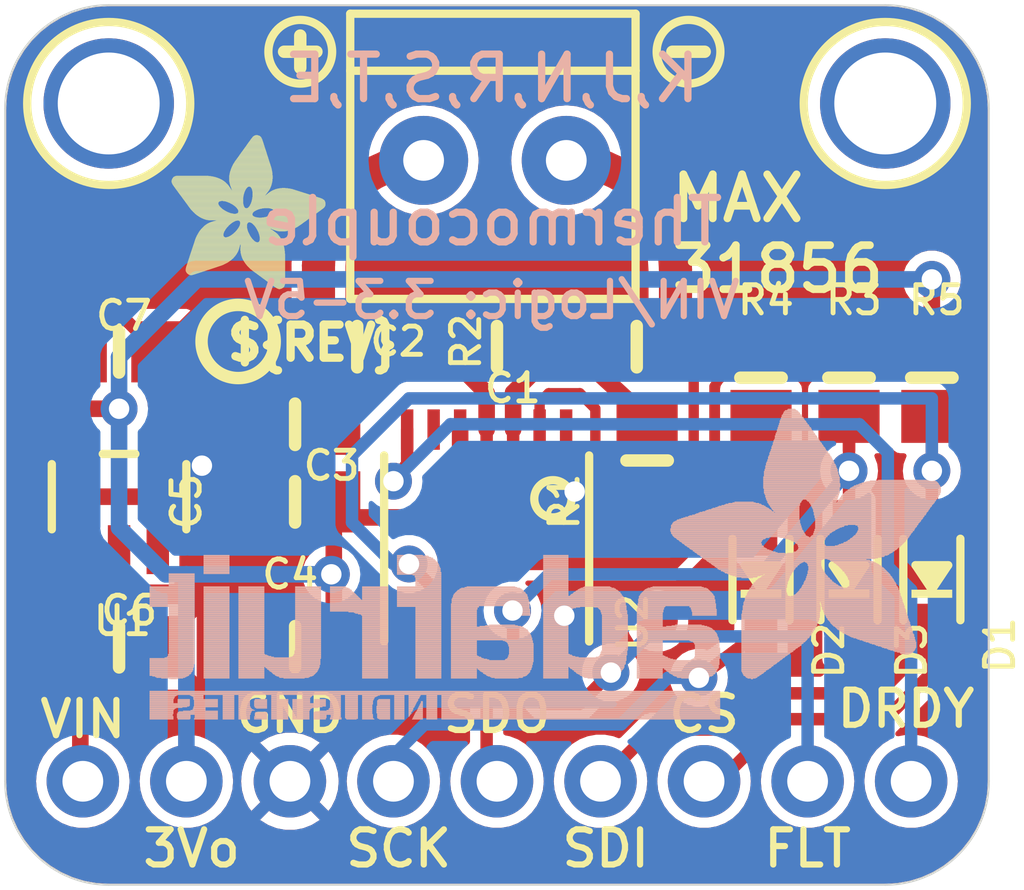
<source format=kicad_pcb>
(kicad_pcb (version 20221018) (generator pcbnew)
  (layers (0 "F.Cu" signal) (31 "B.Cu" signal) (34 "B.Paste" user) (35 "F.Paste" user) (36 "B.SilkS" user "B.Silkscreen") (37 "F.SilkS" user "F.Silkscreen") (38 "B.Mask" user) (39 "F.Mask" user) (44 "Edge.Cuts" user))
  (net 0 "")
  (net 1 "THERM+")
  (net 2 "THERM-")
  (net 3 "T-")
  (net 4 "T+")
  (net 5 "GND")
  (net 6 "3.3V")
  (net 7 "~{CS_3V}")
  (net 8 "SCK_3V")
  (net 9 "SDO_3V")
  (net 10 "DRDY")
  (net 11 "VIN")
  (net 12 "SCK")
  (net 13 "SDO")
  (net 14 "SDI")
  (net 15 "~{CS}")
  (net 16 "~{FAULT}")
  (footprint "working:SOD-323" (layer "F.Cu") (at 154.9781 108.3056 90)
    (fp_text reference "D2" (at -2.497 1.667 90) (layer "F.SilkS") (effects (font (size 0.692831 0.692831) (thickness 0.119969)) (justify left)))
    (fp_text value "1N4148")
    (pad "A" smd rect (at 1.27 0 90) (size 1.35 0.8) (layers "F.Cu" "F.Paste" "F.Mask") (net 8 "SCK_3V"))
    (pad "C" smd rect (at -1.27 0 90) (size 1.35 0.8) (layers "F.Cu" "F.Paste" "F.Mask") (net 12 "SCK"))
  )
  (footprint "working:0805-NO" (layer "F.Cu") (at 145.0721 102.5906)
    (fp_text reference "R2" (at 2.667 0.635 90) (layer "F.SilkS") (effects (font (size 0.692831 0.692831) (thickness 0.119969)) (justify left)))
    (fp_text value "100")
    (pad "1" smd rect (at -0.95 0) (size 1.3 1.5) (layers "F.Cu" "F.Paste" "F.Mask") (net 1 "THERM+"))
    (pad "2" smd rect (at 0.95 0) (size 1.3 1.5) (layers "F.Cu" "F.Paste" "F.Mask") (net 4 "T+"))
  )
  (footprint "working:SOD-323" (layer "F.Cu") (at 159.1691 108.3056 90)
    (fp_text reference "D1" (at -2.37 1.667 90) (layer "F.SilkS") (effects (font (size 0.692831 0.692831) (thickness 0.119969)) (justify left)))
    (fp_text value "1N4148")
    (pad "A" smd rect (at 1.27 0 90) (size 1.35 0.8) (layers "F.Cu" "F.Paste" "F.Mask") (net 7 "~{CS_3V}"))
    (pad "C" smd rect (at -1.27 0 90) (size 1.35 0.8) (layers "F.Cu" "F.Paste" "F.Mask") (net 15 "~{CS}"))
  )
  (footprint "working:0805_10MGAP" (layer "F.Cu") (at 152.1841 105.3846 90)
    (fp_text reference "C1" (at 1.778 -2.54) (layer "F.SilkS") (effects (font (size 0.692831 0.692831) (thickness 0.119969)) (justify right)))
    (fp_text value "0.01uF")
    (pad "1" smd rect (at -1.05 0 90) (size 1.2 1.5) (layers "F.Cu" "F.Paste" "F.Mask") (net 5 "GND"))
    (pad "2" smd rect (at 1.05 0 90) (size 1.2 1.5) (layers "F.Cu" "F.Paste" "F.Mask") (net 3 "T-"))
  )
  (footprint "working:MOUNTINGHOLE_2.5_PLATED" (layer "F.Cu") (at 138.9761 96.6216)
    (fp_text reference "U$13" hide)
    (fp_text value "MOUNTINGHOLE2.5" hide)
    (pad "P$1" thru_hole circle (at 0 0) (size 3.2 3.2) (drill 2.5) (layers "*.Cu" "*.Mask"))
    (zone (net 0) (net_name "") (layer "F.Cu") (connect_pads (clearance 0)) (min_thickness 0.25)
      (keepout (tracks not_allowed) (vias not_allowed) (pads not_allowed) (copperpour not_allowed) (footprints allowed))
      (fill (thermal_gap 0.5) (thermal_bridge_width 0.5))
      (polygon (pts (xy 140.9921 96.6216) (xy 140.97248 96.341027) (xy 140.914004 96.065915) (xy 140.817808 95.801619) (xy 140.685765 95.553283) (xy 140.520446 95.32574) (xy 140.325067 95.12342) (xy 140.103433 94.95026) (xy 139.859856 94.809631) (xy 139.599078 94.70427) (xy 139.326175 94.636228) (xy 139.046457 94.606828) (xy 138.765371 94.616644) (xy 138.488385 94.665484) (xy 138.220893 94.752397) (xy 137.9681 94.875693) (xy 137.734926 95.03297) (xy 137.525911 95.221169) (xy 137.345122 95.436625) (xy 137.196078 95.675145) (xy 137.08168 95.932087) (xy 137.004154 96.20245) (xy 136.965011 96.480971) (xy 136.965011 96.762229) (xy 137.004154 97.04075) (xy 137.08168 97.311113) (xy 137.196078 97.568055) (xy 137.345122 97.806575) (xy 137.525911 98.022031) (xy 137.734926 98.21023) (xy 137.9681 98.367507) (xy 138.220893 98.490803) (xy 138.488385 98.577716) (xy 138.765371 98.626556) (xy 139.046457 98.636372) (xy 139.326175 98.606972) (xy 139.599078 98.53893) (xy 139.859856 98.433569) (xy 140.103433 98.29294) (xy 140.325067 98.11978) (xy 140.520446 97.91746) (xy 140.685765 97.689917) (xy 140.817808 97.441581) (xy 140.914004 97.177285) (xy 140.97248 96.902173)))
      (polygon (pts (xy 138.9601 96.6216) (xy 138.964786 96.632914) (xy 138.9761 96.6376) (xy 138.987414 96.632914) (xy 138.9921 96.6216) (xy 138.987414 96.610286) (xy 138.9761 96.6056) (xy 138.964786 96.610286)))
    )
    (zone (net 0) (net_name "") (layer "B.Cu") (connect_pads (clearance 0)) (min_thickness 0.25)
      (keepout (tracks not_allowed) (vias not_allowed) (pads not_allowed) (copperpour not_allowed) (footprints allowed))
      (fill (thermal_gap 0.5) (thermal_bridge_width 0.5))
      (polygon (pts (xy 140.9921 96.6216) (xy 140.97248 96.341027) (xy 140.914004 96.065915) (xy 140.817808 95.801619) (xy 140.685765 95.553283) (xy 140.520446 95.32574) (xy 140.325067 95.12342) (xy 140.103433 94.95026) (xy 139.859856 94.809631) (xy 139.599078 94.70427) (xy 139.326175 94.636228) (xy 139.046457 94.606828) (xy 138.765371 94.616644) (xy 138.488385 94.665484) (xy 138.220893 94.752397) (xy 137.9681 94.875693) (xy 137.734926 95.03297) (xy 137.525911 95.221169) (xy 137.345122 95.436625) (xy 137.196078 95.675145) (xy 137.08168 95.932087) (xy 137.004154 96.20245) (xy 136.965011 96.480971) (xy 136.965011 96.762229) (xy 137.004154 97.04075) (xy 137.08168 97.311113) (xy 137.196078 97.568055) (xy 137.345122 97.806575) (xy 137.525911 98.022031) (xy 137.734926 98.21023) (xy 137.9681 98.367507) (xy 138.220893 98.490803) (xy 138.488385 98.577716) (xy 138.765371 98.626556) (xy 139.046457 98.636372) (xy 139.326175 98.606972) (xy 139.599078 98.53893) (xy 139.859856 98.433569) (xy 140.103433 98.29294) (xy 140.325067 98.11978) (xy 140.520446 97.91746) (xy 140.685765 97.689917) (xy 140.817808 97.441581) (xy 140.914004 97.177285) (xy 140.97248 96.902173)))
      (polygon (pts (xy 138.9601 96.6216) (xy 138.964786 96.632914) (xy 138.9761 96.6376) (xy 138.987414 96.632914) (xy 138.9921 96.6216) (xy 138.987414 96.610286) (xy 138.9761 96.6056) (xy 138.964786 96.610286)))
    )
  )
  (footprint "working:0805-NO" (layer "F.Cu") (at 143.5481 104.4956 180)
    (fp_text reference "C3" (at -1.651 -1.016) (layer "F.SilkS") (effects (font (size 0.692831 0.692831) (thickness 0.119969)) (justify right)))
    (fp_text value "0.01uF")
    (pad "1" smd rect (at -0.95 0 180) (size 1.3 1.5) (layers "F.Cu" "F.Paste" "F.Mask") (net 4 "T+"))
    (pad "2" smd rect (at 0.95 0 180) (size 1.3 1.5) (layers "F.Cu" "F.Paste" "F.Mask") (net 5 "GND"))
  )
  (footprint "working:TSSOP14" (layer "F.Cu") (at 148.2471 107.5436 180)
    (fp_text reference "U2" (at -3.5814 -2.5908 90) (layer "F.SilkS") (effects (font (size 0.692831 0.692831) (thickness 0.119969)) (justify left)))
    (fp_text value "MAX31856")
    (pad "1" smd rect (at -1.95 2.9178 180) (size 0.3048 0.9906) (layers "F.Cu" "F.Paste" "F.Mask") (net 5 "GND"))
    (pad "2" smd rect (at -1.3 2.9178 180) (size 0.3048 0.9906) (layers "F.Cu" "F.Paste" "F.Mask") (net 2 "THERM-"))
    (pad "3" smd rect (at -0.65 2.9178 180) (size 0.3048 0.9906) (layers "F.Cu" "F.Paste" "F.Mask") (net 3 "T-"))
    (pad "4" smd rect (at 0 2.9178 180) (size 0.3048 0.9906) (layers "F.Cu" "F.Paste" "F.Mask") (net 4 "T+"))
    (pad "5" smd rect (at 0.65 2.9178 180) (size 0.3048 0.9906) (layers "F.Cu" "F.Paste" "F.Mask") (net 6 "3.3V"))
    (pad "6" smd rect (at 1.3 2.9178 180) (size 0.3048 0.9906) (layers "F.Cu" "F.Paste" "F.Mask"))
    (pad "7" smd rect (at 1.95 2.9178 180) (size 0.3048 0.9906) (layers "F.Cu" "F.Paste" "F.Mask") (net 10 "DRDY"))
    (pad "8" smd rect (at 1.95 -2.9178 180) (size 0.3048 0.9906) (layers "F.Cu" "F.Paste" "F.Mask") (net 6 "3.3V"))
    (pad "9" smd rect (at 1.3 -2.9178 180) (size 0.3048 0.9906) (layers "F.Cu" "F.Paste" "F.Mask") (net 7 "~{CS_3V}"))
    (pad "10" smd rect (at 0.65 -2.9178 180) (size 0.3048 0.9906) (layers "F.Cu" "F.Paste" "F.Mask") (net 8 "SCK_3V"))
    (pad "11" smd rect (at 0 -2.9178 180) (size 0.3048 0.9906) (layers "F.Cu" "F.Paste" "F.Mask") (net 13 "SDO"))
    (pad "12" smd rect (at -0.65 -2.9178 180) (size 0.3048 0.9906) (layers "F.Cu" "F.Paste" "F.Mask") (net 9 "SDO_3V"))
    (pad "13" smd rect (at -1.3 -2.9178 180) (size 0.3048 0.9906) (layers "F.Cu" "F.Paste" "F.Mask") (net 16 "~{FAULT}"))
    (pad "14" smd rect (at -1.95 -2.9178 180) (size 0.3048 0.9906) (layers "F.Cu" "F.Paste" "F.Mask") (net 5 "GND"))
  )
  (footprint "working:0805-NO" (layer "F.Cu") (at 159.1691 103.3526 90)
    (fp_text reference "R5" (at 1.905 -0.635) (layer "F.SilkS") (effects (font (size 0.692831 0.692831) (thickness 0.119969)) (justify left)))
    (fp_text value "10K")
    (pad "1" smd rect (at -0.95 0 90) (size 1.3 1.5) (layers "F.Cu" "F.Paste" "F.Mask") (net 7 "~{CS_3V}"))
    (pad "2" smd rect (at 0.95 0 90) (size 1.3 1.5) (layers "F.Cu" "F.Paste" "F.Mask") (net 6 "3.3V"))
  )
  (footprint "working:1X09_ROUND_70" (layer "F.Cu") (at 148.5011 113.2586 180)
    (fp_text reference "JP1" hide)
    (fp_text value "")
    (pad "1" thru_hole circle (at -10.16 0 270) (size 1.778 1.778) (drill 1) (layers "*.Cu" "*.Mask") (net 10 "DRDY"))
    (pad "2" thru_hole circle (at -7.62 0 270) (size 1.778 1.778) (drill 1) (layers "*.Cu" "*.Mask") (net 16 "~{FAULT}"))
    (pad "3" thru_hole circle (at -5.08 0 270) (size 1.778 1.778) (drill 1) (layers "*.Cu" "*.Mask") (net 15 "~{CS}"))
    (pad "4" thru_hole circle (at -2.54 0 270) (size 1.778 1.778) (drill 1) (layers "*.Cu" "*.Mask") (net 14 "SDI"))
    (pad "5" thru_hole circle (at 0 0 270) (size 1.778 1.778) (drill 1) (layers "*.Cu" "*.Mask") (net 13 "SDO"))
    (pad "6" thru_hole circle (at 2.54 0 270) (size 1.778 1.778) (drill 1) (layers "*.Cu" "*.Mask") (net 12 "SCK"))
    (pad "7" thru_hole circle (at 5.08 0 270) (size 1.778 1.778) (drill 1) (layers "*.Cu" "*.Mask") (net 5 "GND"))
    (pad "8" thru_hole circle (at 7.62 0 270) (size 1.778 1.778) (drill 1) (layers "*.Cu" "*.Mask") (net 6 "3.3V"))
    (pad "9" thru_hole circle (at 10.16 0 270) (size 1.778 1.778) (drill 1) (layers "*.Cu" "*.Mask") (net 11 "VIN"))
  )
  (footprint "working:TERMBLOCK_1X2-3.5MM" (layer "F.Cu") (at 148.5011 98.0186 180)
    (fp_text reference "X1" hide)
    (fp_text value "3.5mm term")
    (pad "1" thru_hole circle (at 1.8 0 180) (size 2.1844 2.1844) (drill 1) (layers "*.Cu" "*.Mask") (net 1 "THERM+"))
    (pad "2" thru_hole circle (at -1.7 0 180) (size 2.1844 2.1844) (drill 1) (layers "*.Cu" "*.Mask") (net 2 "THERM-"))
  )
  (footprint "working:SYMBOL_PLUS" (layer "F.Cu") (at 143.6751 95.3516)
    (fp_text reference "U$23" hide)
    (fp_text value "" hide)
  )
  (footprint "working:FIDUCIAL_1MM" (layer "F.Cu") (at 137.8331 100.0506)
    (fp_text reference "FID2" hide)
    (fp_text value "FIDUCIAL\"\"" hide)
    (pad "1" smd roundrect (at 0 0) (size 1 1) (layers "F.Cu" "F.Mask") (roundrect_rratio 0.5))
  )
  (footprint "working:0805-NO" (layer "F.Cu") (at 157.1371 103.3526 90)
    (fp_text reference "R3" (at 1.905 -0.635) (layer "F.SilkS") (effects (font (size 0.692831 0.692831) (thickness 0.119969)) (justify left)))
    (fp_text value "10K")
    (pad "1" smd rect (at -0.95 0 90) (size 1.3 1.5) (layers "F.Cu" "F.Paste" "F.Mask") (net 9 "SDO_3V"))
    (pad "2" smd rect (at 0.95 0 90) (size 1.3 1.5) (layers "F.Cu" "F.Paste" "F.Mask") (net 6 "3.3V"))
  )
  (footprint "working:PCBFEAT-REV-040" (layer "F.Cu") (at 142.1511 102.4636)
    (fp_text reference "U$1" hide)
    (fp_text value "" hide)
    (fp_text user "${REV}" (at -0.3556 0.508) (layer "F.SilkS") (effects (font (size 0.8128 0.8128) (thickness 0.2032)) (justify left bottom)))
  )
  (footprint "working:0805-NO" (layer "F.Cu") (at 139.2301 102.7176)
    (fp_text reference "C7" (at -0.635 -0.889) (layer "F.SilkS") (effects (font (size 0.692831 0.692831) (thickness 0.119969)) (justify left)))
    (fp_text value "10uF")
    (pad "1" smd rect (at -0.95 0) (size 1.3 1.5) (layers "F.Cu" "F.Paste" "F.Mask") (net 6 "3.3V"))
    (pad "2" smd rect (at 0.95 0) (size 1.3 1.5) (layers "F.Cu" "F.Paste" "F.Mask") (net 5 "GND"))
  )
  (footprint "working:0805-NO" (layer "F.Cu") (at 148.5011 102.5906 180)
    (fp_text reference "C2" (at 3.175 0.127) (layer "F.SilkS") (effects (font (size 0.692831 0.692831) (thickness 0.119969)) (justify left)))
    (fp_text value "0.1uF")
    (pad "1" smd rect (at -0.95 0 180) (size 1.3 1.5) (layers "F.Cu" "F.Paste" "F.Mask") (net 3 "T-"))
    (pad "2" smd rect (at 0.95 0 180) (size 1.3 1.5) (layers "F.Cu" "F.Paste" "F.Mask") (net 4 "T+"))
  )
  (footprint "working:FIDUCIAL_1MM" (layer "F.Cu") (at 152.4381 109.3216)
    (fp_text reference "FID1" hide)
    (fp_text value "FIDUCIAL\"\"" hide)
    (pad "1" smd roundrect (at 0 0) (size 1 1) (layers "F.Cu" "F.Mask") (roundrect_rratio 0.5))
  )
  (footprint "working:SOD-323" (layer "F.Cu") (at 157.1371 108.3056 90)
    (fp_text reference "D3" (at -2.497 1.54 90) (layer "F.SilkS") (effects (font (size 0.692831 0.692831) (thickness 0.119969)) (justify left)))
    (fp_text value "1N4148")
    (pad "A" smd rect (at 1.27 0 90) (size 1.35 0.8) (layers "F.Cu" "F.Paste" "F.Mask") (net 9 "SDO_3V"))
    (pad "C" smd rect (at -1.27 0 90) (size 1.35 0.8) (layers "F.Cu" "F.Paste" "F.Mask") (net 14 "SDI"))
  )
  (footprint "working:SYMBOL_MINUS" (layer "F.Cu") (at 153.2001 95.3516)
    (fp_text reference "U$24" hide)
    (fp_text value "" hide)
  )
  (footprint "working:0805-NO" (layer "F.Cu") (at 151.9301 102.5906 180)
    (fp_text reference "R1" (at 1.778 -3.048 90) (layer "F.SilkS") (effects (font (size 0.692831 0.692831) (thickness 0.119969)) (justify right)))
    (fp_text value "100")
    (pad "1" smd rect (at -0.95 0 180) (size 1.3 1.5) (layers "F.Cu" "F.Paste" "F.Mask") (net 2 "THERM-"))
    (pad "2" smd rect (at 0.95 0 180) (size 1.3 1.5) (layers "F.Cu" "F.Paste" "F.Mask") (net 3 "T-"))
  )
  (footprint "working:0805-NO" (layer "F.Cu") (at 143.5481 109.9566 180)
    (fp_text reference "C4" (at -0.635 1.778) (layer "F.SilkS") (effects (font (size 0.692831 0.692831) (thickness 0.119969)) (justify right)))
    (fp_text value "0.1uF")
    (pad "1" smd rect (at -0.95 0 180) (size 1.3 1.5) (layers "F.Cu" "F.Paste" "F.Mask") (net 6 "3.3V"))
    (pad "2" smd rect (at 0.95 0 180) (size 1.3 1.5) (layers "F.Cu" "F.Paste" "F.Mask") (net 5 "GND"))
  )
  (footprint "working:0805-NO" (layer "F.Cu") (at 143.5481 106.4006 180)
    (fp_text reference "C5" (at 2.667 0.762 90) (layer "F.SilkS") (effects (font (size 0.692831 0.692831) (thickness 0.119969)) (justify right)))
    (fp_text value "0.1uF")
    (pad "1" smd rect (at -0.95 0 180) (size 1.3 1.5) (layers "F.Cu" "F.Paste" "F.Mask") (net 6 "3.3V"))
    (pad "2" smd rect (at 0.95 0 180) (size 1.3 1.5) (layers "F.Cu" "F.Paste" "F.Mask") (net 5 "GND"))
  )
  (footprint "working:0805-NO" (layer "F.Cu") (at 139.2301 109.9566)
    (fp_text reference "C6" (at -0.508 -0.889) (layer "F.SilkS") (effects (font (size 0.692831 0.692831) (thickness 0.119969)) (justify left)))
    (fp_text value "10uF")
    (pad "1" smd rect (at -0.95 0) (size 1.3 1.5) (layers "F.Cu" "F.Paste" "F.Mask") (net 11 "VIN"))
    (pad "2" smd rect (at 0.95 0) (size 1.3 1.5) (layers "F.Cu" "F.Paste" "F.Mask") (net 5 "GND"))
  )
  (footprint "working:MOUNTINGHOLE_2.5_PLATED" (layer "F.Cu") (at 158.0261 96.6216)
    (fp_text reference "U$14" hide)
    (fp_text value "MOUNTINGHOLE2.5" hide)
    (pad "P$1" thru_hole circle (at 0 0) (size 3.2 3.2) (drill 2.5) (layers "*.Cu" "*.Mask"))
    (zone (net 0) (net_name "") (layer "F.Cu") (connect_pads (clearance 0)) (min_thickness 0.25)
      (keepout (tracks not_allowed) (vias not_allowed) (pads not_allowed) (copperpour not_allowed) (footprints allowed))
      (fill (thermal_gap 0.5) (thermal_bridge_width 0.5))
      (polygon (pts (xy 160.0421 96.6216) (xy 160.02248 96.341027) (xy 159.964004 96.065915) (xy 159.867808 95.801619) (xy 159.735765 95.553283) (xy 159.570446 95.32574) (xy 159.375067 95.12342) (xy 159.153433 94.95026) (xy 158.909856 94.809631) (xy 158.649078 94.70427) (xy 158.376175 94.636228) (xy 158.096457 94.606828) (xy 157.815371 94.616644) (xy 157.538385 94.665484) (xy 157.270893 94.752397) (xy 157.0181 94.875693) (xy 156.784926 95.03297) (xy 156.575911 95.221169) (xy 156.395122 95.436625) (xy 156.246078 95.675145) (xy 156.13168 95.932087) (xy 156.054154 96.20245) (xy 156.015011 96.480971) (xy 156.015011 96.762229) (xy 156.054154 97.04075) (xy 156.13168 97.311113) (xy 156.246078 97.568055) (xy 156.395122 97.806575) (xy 156.575911 98.022031) (xy 156.784926 98.21023) (xy 157.0181 98.367507) (xy 157.270893 98.490803) (xy 157.538385 98.577716) (xy 157.815371 98.626556) (xy 158.096457 98.636372) (xy 158.376175 98.606972) (xy 158.649078 98.53893) (xy 158.909856 98.433569) (xy 159.153433 98.29294) (xy 159.375067 98.11978) (xy 159.570446 97.91746) (xy 159.735765 97.689917) (xy 159.867808 97.441581) (xy 159.964004 97.177285) (xy 160.02248 96.902173)))
      (polygon (pts (xy 158.0101 96.6216) (xy 158.014786 96.632914) (xy 158.0261 96.6376) (xy 158.037414 96.632914) (xy 158.0421 96.6216) (xy 158.037414 96.610286) (xy 158.0261 96.6056) (xy 158.014786 96.610286)))
    )
    (zone (net 0) (net_name "") (layer "B.Cu") (connect_pads (clearance 0)) (min_thickness 0.25)
      (keepout (tracks not_allowed) (vias not_allowed) (pads not_allowed) (copperpour not_allowed) (footprints allowed))
      (fill (thermal_gap 0.5) (thermal_bridge_width 0.5))
      (polygon (pts (xy 160.0421 96.6216) (xy 160.02248 96.341027) (xy 159.964004 96.065915) (xy 159.867808 95.801619) (xy 159.735765 95.553283) (xy 159.570446 95.32574) (xy 159.375067 95.12342) (xy 159.153433 94.95026) (xy 158.909856 94.809631) (xy 158.649078 94.70427) (xy 158.376175 94.636228) (xy 158.096457 94.606828) (xy 157.815371 94.616644) (xy 157.538385 94.665484) (xy 157.270893 94.752397) (xy 157.0181 94.875693) (xy 156.784926 95.03297) (xy 156.575911 95.221169) (xy 156.395122 95.436625) (xy 156.246078 95.675145) (xy 156.13168 95.932087) (xy 156.054154 96.20245) (xy 156.015011 96.480971) (xy 156.015011 96.762229) (xy 156.054154 97.04075) (xy 156.13168 97.311113) (xy 156.246078 97.568055) (xy 156.395122 97.806575) (xy 156.575911 98.022031) (xy 156.784926 98.21023) (xy 157.0181 98.367507) (xy 157.270893 98.490803) (xy 157.538385 98.577716) (xy 157.815371 98.626556) (xy 158.096457 98.636372) (xy 158.376175 98.606972) (xy 158.649078 98.53893) (xy 158.909856 98.433569) (xy 159.153433 98.29294) (xy 159.375067 98.11978) (xy 159.570446 97.91746) (xy 159.735765 97.689917) (xy 159.867808 97.441581) (xy 159.964004 97.177285) (xy 160.02248 96.902173)))
      (polygon (pts (xy 158.0101 96.6216) (xy 158.014786 96.632914) (xy 158.0261 96.6376) (xy 158.037414 96.632914) (xy 158.0421 96.6216) (xy 158.037414 96.610286) (xy 158.0261 96.6056) (xy 158.014786 96.610286)))
    )
  )
  (footprint "working:ADAFRUIT_3.5MM" (layer "F.Cu") (at 140.5001 101.1936)
    (fp_text reference "U$25" hide)
    (fp_text value "" hide)
  )
  (footprint "working:0805-NO" (layer "F.Cu") (at 154.9781 103.3526 90)
    (fp_text reference "R4" (at 1.905 -0.635) (layer "F.SilkS") (effects (font (size 0.692831 0.692831) (thickness 0.119969)) (justify left)))
    (fp_text value "10K")
    (pad "1" smd rect (at -0.95 0 90) (size 1.3 1.5) (layers "F.Cu" "F.Paste" "F.Mask") (net 8 "SCK_3V"))
    (pad "2" smd rect (at 0.95 0 90) (size 1.3 1.5) (layers "F.Cu" "F.Paste" "F.Mask") (net 6 "3.3V"))
  )
  (footprint "working:SOT23-5" (layer "F.Cu") (at 139.2301 106.2736)
    (fp_text reference "U1" (at -0.689 3.048) (layer "F.SilkS") (effects (font (size 0.692831 0.692831) (thickness 0.119969)) (justify left)))
    (fp_text value "mic5225-3.3")
    (pad "1" smd rect (at -0.95 1.3001) (size 0.55 1.2) (layers "F.Cu" "F.Paste" "F.Mask") (net 11 "VIN"))
    (pad "2" smd rect (at 0 1.3001) (size 0.55 1.2) (layers "F.Cu" "F.Paste" "F.Mask") (net 5 "GND"))
    (pad "3" smd rect (at 0.95 1.3001) (size 0.55 1.2) (layers "F.Cu" "F.Paste" "F.Mask") (net 11 "VIN"))
    (pad "4" smd rect (at 0.95 -1.3001) (size 0.55 1.2) (layers "F.Cu" "F.Paste" "F.Mask"))
    (pad "5" smd rect (at -0.95 -1.3001) (size 0.55 1.2) (layers "F.Cu" "F.Paste" "F.Mask") (net 6 "3.3V"))
  )
  (footprint "working:ADAFRUIT_TEXT_20MM" (layer "B.Cu") (at 159.5501 111.7346 180)
    (fp_text reference "U$26" hide)
    (fp_text value "" hide)
  )
  (gr_arc (start 138.9761 115.7986) (mid 137.180049 115.054651) (end 136.4361 113.2586) (stroke (width 0.05)) (layer "Edge.Cuts"))
  (gr_line (start 158.0261 115.7986) (end 138.9761 115.7986) (stroke (width 0.05)) (layer "Edge.Cuts"))
  (gr_line (start 136.4361 113.2586) (end 136.4361 96.7486) (stroke (width 0.05)) (layer "Edge.Cuts"))
  (gr_arc (start 160.5661 113.2586) (mid 159.822151 115.054651) (end 158.0261 115.7986) (stroke (width 0.05)) (layer "Edge.Cuts"))
  (gr_arc (start 136.4361 96.7486) (mid 137.180049 94.952549) (end 138.9761 94.2086) (stroke (width 0.05)) (layer "Edge.Cuts"))
  (gr_line (start 160.5661 96.7486) (end 160.5661 113.2586) (stroke (width 0.05)) (layer "Edge.Cuts"))
  (gr_arc (start 158.0261 94.2086) (mid 159.822151 94.952549) (end 160.5661 96.7486) (stroke (width 0.05)) (layer "Edge.Cuts"))
  (gr_line (start 138.9761 94.2086) (end 158.0261 94.2086) (stroke (width 0.05)) (layer "Edge.Cuts"))
  (gr_text "K,J,N,R,S,T,E\n\nThermocouple" (at 148.3741 97.7646) (layer "B.SilkS") (effects (font (size 1.0922 1.0922) (thickness 0.1778)) (justify mirror)))
  (gr_text "VIN/Logic: 3.3-5V" (at 148.3741 101.4476) (layer "B.SilkS") (effects (font (size 0.8636 0.8636) (thickness 0.1524)) (justify mirror)))
  (gr_text "SCK" (at 146.0881 114.9096) (layer "F.SilkS") (effects (font (size 0.8636 0.8636) (thickness 0.1524))))
  (gr_text "CS" (at 153.5811 111.6076) (layer "F.SilkS") (effects (font (size 0.8636 0.8636) (thickness 0.1524))))
  (gr_text "MAX\n31856" (at 152.6921 101.3206) (layer "F.SilkS") (effects (font (size 1.0795 1.0795) (thickness 0.1905)) (justify left bottom)))
  (gr_text "SDI" (at 151.1681 114.9096) (layer "F.SilkS") (effects (font (size 0.8636 0.8636) (thickness 0.1524))))
  (gr_text "GND" (at 143.4211 111.6076) (layer "F.SilkS") (effects (font (size 0.8636 0.8636) (thickness 0.1524))))
  (gr_text "SDO" (at 148.5011 111.6076) (layer "F.SilkS") (effects (font (size 0.8636 0.8636) (thickness 0.1524))))
  (gr_text "DRDY" (at 158.5341 111.4806) (layer "F.SilkS") (effects (font (size 0.8636 0.8636) (thickness 0.1524))))
  (gr_text "3Vo" (at 141.0081 114.9096) (layer "F.SilkS") (effects (font (size 0.8636 0.8636) (thickness 0.1524))))
  (gr_text "FLT" (at 156.1211 114.9096) (layer "F.SilkS") (effects (font (size 0.8636 0.8636) (thickness 0.1524))))
  (gr_text "VIN" (at 138.3411 111.7346) (layer "F.SilkS") (effects (font (size 0.8636 0.8636) (thickness 0.1524))))
  (segment (start 144.770691 98.887407) (end 144.990907 98.667191) (width 0.8128) (layer "F.Cu") (net 1))
  (segment (start 144.417509 99.399079) (end 144.578625 99.132561) (width 0.8128) (layer "F.Cu") (net 1))
  (segment (start 144.1221 100.5976) (end 144.140904 100.286736) (width 0.8128) (layer "F.Cu") (net 1))
  (segment (start 145.502579 98.314009) (end 145.786574 98.186193) (width 0.8128) (layer "F.Cu") (net 1))
  (segment (start 145.236061 98.475125) (end 145.502579 98.314009) (width 0.8128) (layer "F.Cu") (net 1))
  (segment (start 145.786574 98.186193) (end 146.083905 98.093541) (width 0.8128) (layer "F.Cu") (net 1))
  (segment (start 146.390236 98.037404) (end 146.7011 98.0186) (width 0.8128) (layer "F.Cu") (net 1))
  (segment (start 144.140904 100.286736) (end 144.197041 99.980405) (width 0.8128) (layer "F.Cu") (net 1))
  (segment (start 144.197041 99.980405) (end 144.289693 99.683074) (width 0.8128) (layer "F.Cu") (net 1))
  (segment (start 146.083905 98.093541) (end 146.390236 98.037404) (width 0.8128) (layer "F.Cu") (net 1))
  (segment (start 144.1221 102.5906) (end 144.1221 100.5976) (width 0.8128) (layer "F.Cu") (net 1))
  (segment (start 144.578625 99.132561) (end 144.770691 98.887407) (width 0.8128) (layer "F.Cu") (net 1))
  (segment (start 144.990907 98.667191) (end 145.236061 98.475125) (width 0.8128) (layer "F.Cu") (net 1))
  (segment (start 144.1221 100.5976) (end 144.1221 100.5976) (width 0.8128) (layer "F.Cu") (net 1))
  (segment (start 144.289693 99.683074) (end 144.417509 99.399079) (width 0.8128) (layer "F.Cu") (net 1))
  (segment (start 150.524018 98.038133) (end 150.2011 98.0186) (width 0.8128) (layer "F.Cu") (net 2))
  (segment (start 151.151086 98.192691) (end 150.842227 98.096447) (width 0.8128) (layer "F.Cu") (net 2))
  (segment (start 150.842227 98.096447) (end 150.524018 98.038133) (width 0.8128) (layer "F.Cu") (net 2))
  (segment (start 152.860567 100.374682) (end 152.802253 100.056473) (width 0.8128) (layer "F.Cu") (net 2))
  (segment (start 151.1681 105.3846) (end 153.0731 105.3846) (width 0.254) (layer "F.Cu") (net 2))
  (segment (start 152.8801 100.6976) (end 152.860567 100.374682) (width 0.8128) (layer "F.Cu") (net 2))
  (segment (start 153.3271 103.0376) (end 152.8801 102.5906) (width 0.254) (layer "F.Cu") (net 2))
  (segment (start 152.573237 99.452607) (end 152.405874 99.175755) (width 0.8128) (layer "F.Cu") (net 2))
  (segment (start 152.20636 98.921094) (end 151.977606 98.69234) (width 0.8128) (layer "F.Cu") (net 2))
  (segment (start 152.405874 99.175755) (end 152.20636 98.921094) (width 0.8128) (layer "F.Cu") (net 2))
  (segment (start 149.5471 104.6258) (end 149.5471 103.9576) (width 0.254) (layer "F.Cu") (net 2))
  (segment (start 153.3271 105.1306) (end 153.3271 103.0376) (width 0.254) (layer "F.Cu") (net 2))
  (segment (start 150.9141 105.1306) (end 151.1681 105.3846) (width 0.254) (layer "F.Cu") (net 2))
  (segment (start 151.977606 98.69234) (end 151.722945 98.492826) (width 0.8128) (layer "F.Cu") (net 2))
  (segment (start 150.5331 103.7336) (end 150.9141 104.1146) (width 0.254) (layer "F.Cu") (net 2))
  (segment (start 149.7711 103.7336) (end 150.5331 103.7336) (width 0.254) (layer "F.Cu") (net 2))
  (segment (start 150.9141 104.1146) (end 150.9141 105.1306) (width 0.254) (layer "F.Cu") (net 2))
  (segment (start 152.706009 99.747614) (end 152.573237 99.452607) (width 0.8128) (layer "F.Cu") (net 2))
  (segment (start 151.446093 98.325463) (end 151.151086 98.192691) (width 0.8128) (layer "F.Cu") (net 2))
  (segment (start 149.5471 103.9576) (end 149.7711 103.7336) (width 0.254) (layer "F.Cu") (net 2))
  (segment (start 153.0731 105.3846) (end 153.3271 105.1306) (width 0.254) (layer "F.Cu") (net 2))
  (segment (start 152.8801 100.6976) (end 152.8801 100.6976) (width 0.8128) (layer "F.Cu") (net 2))
  (segment (start 152.8801 102.5906) (end 152.8801 100.6976) (width 0.8128) (layer "F.Cu") (net 2))
  (segment (start 152.802253 100.056473) (end 152.706009 99.747614) (width 0.8128) (layer "F.Cu") (net 2))
  (segment (start 151.722945 98.492826) (end 151.446093 98.325463) (width 0.8128) (layer "F.Cu") (net 2))
  (segment (start 148.8971 103.7186) (end 149.3901 103.2256) (width 0.4064) (layer "F.Cu") (net 3))
  (segment (start 150.9801 103.2306) (end 152.1841 104.3346) (width 0.4064) (layer "F.Cu") (net 3))
  (segment (start 149.4511 102.5906) (end 150.9801 102.5906) (width 0.4064) (layer "F.Cu") (net 3))
  (segment (start 149.3901 102.7786) (end 149.4511 102.5906) (width 0.4064) (layer "F.Cu") (net 3))
  (segment (start 148.8971 104.6258) (end 148.8971 103.7186) (width 0.4064) (layer "F.Cu") (net 3))
  (segment (start 149.3901 103.2256) (end 149.3901 102.7786) (width 0.4064) (layer "F.Cu") (net 3))
  (segment (start 150.9801 102.5906) (end 150.9801 103.2306) (width 0.4064) (layer "F.Cu") (net 3))
  (segment (start 148.2471 104.6258) (end 148.2471 103.7336) (width 0.4064) (layer "F.Cu") (net 4))
  (segment (start 146.0221 102.5906) (end 146.0221 102.9716) (width 0.4064) (layer "F.Cu") (net 4))
  (segment (start 148.2471 103.7336) (end 147.5511 103.0376) (width 0.4064) (layer "F.Cu") (net 4))
  (segment (start 147.5511 102.5906) (end 146.0221 102.5906) (width 0.4064) (layer "F.Cu") (net 4))
  (segment (start 147.5511 103.0376) (end 147.5511 102.5906) (width 0.4064) (layer "F.Cu") (net 4))
  (segment (start 146.0221 102.9716) (end 144.4981 104.4956) (width 0.4064) (layer "F.Cu") (net 4))
  (via (at 150.1521 109.1946) (size 0.9064) (drill 0.5) (layers "F.Cu" "B.Cu") (net 5))
  (via (at 150.4061 106.1466) (size 0.9064) (drill 0.5) (layers "F.Cu" "B.Cu") (net 5))
  (via (at 141.2621 105.5116) (size 0.9064) (drill 0.5) (layers "F.Cu" "B.Cu") (net 5))
  (segment (start 147.5971 105.9076) (end 147.5971 104.6258) (width 0.4064) (layer "F.Cu") (net 6))
  (segment (start 144.4981 108.1786) (end 144.4981 109.9566) (width 0.4064) (layer "F.Cu") (net 6))
  (segment (start 154.9781 102.4026) (end 157.1371 102.4026) (width 0.3048) (layer "F.Cu") (net 6))
  (segment (start 144.4981 106.4006) (end 144.4981 108.1786) (width 0.4064) (layer "F.Cu") (net 6))
  (segment (start 159.1691 102.4026) (end 159.1691 100.9396) (width 0.4064) (layer "F.Cu") (net 6))
  (segment (start 157.1371 102.4026) (end 159.1691 102.4026) (width 0.3048) (layer "F.Cu") (net 6))
  (segment (start 144.4371 108.1786) (end 144.4981 108.1786) (width 0.4064) (layer "F.Cu") (net 6))
  (segment (start 138.2801 104.9735) (end 138.2801 104.1146) (width 0.4064) (layer "F.Cu") (net 6))
  (segment (start 144.8791 106.7816) (end 146.7231 106.7816) (width 0.4064) (layer "F.Cu") (net 6))
  (segment (start 138.2801 104.1146) (end 138.2801 102.7176) (width 0.4064) (layer "F.Cu") (net 6))
  (segment (start 138.2801 104.1146) (end 139.2301 104.1146) (width 0.4064) (layer "F.Cu") (net 6))
  (segment (start 144.4981 106.4006) (end 144.8791 106.7816) (width 0.4064) (layer "F.Cu") (net 6))
  (segment (start 146.7231 106.7816) (end 147.5971 105.9076) (width 0.4064) (layer "F.Cu") (net 6))
  (segment (start 146.2971 110.4614) (end 144.4981 110.3344) (width 0.4064) (layer "F.Cu") (net 6))
  (segment (start 144.4981 110.3344) (end 144.4981 109.9566) (width 0.4064) (layer "F.Cu") (net 6))
  (via (at 139.2301 104.1146) (size 0.9064) (drill 0.5) (layers "F.Cu" "B.Cu") (net 6))
  (via (at 144.4371 108.1786) (size 0.9064) (drill 0.5) (layers "F.Cu" "B.Cu") (net 6))
  (via (at 159.1691 100.9396) (size 0.9064) (drill 0.5) (layers "F.Cu" "B.Cu") (net 6))
  (segment (start 139.2301 102.8446) (end 139.2301 104.1146) (width 0.4064) (layer "B.Cu") (net 6))
  (segment (start 139.2301 107.0356) (end 140.3731 108.1786) (width 0.4064) (layer "B.Cu") (net 6))
  (segment (start 139.2301 104.1146) (end 139.2301 107.0356) (width 0.4064) (layer "B.Cu") (net 6))
  (segment (start 141.1351 100.9396) (end 139.2301 102.8446) (width 0.4064) (layer "B.Cu") (net 6))
  (segment (start 140.8811 113.2586) (end 140.8811 108.1786) (width 0.4064) (layer "B.Cu") (net 6))
  (segment (start 140.3731 108.1786) (end 140.8811 108.1786) (width 0.4064) (layer "B.Cu") (net 6))
  (segment (start 159.1691 100.9396) (end 141.1351 100.9396) (width 0.4064) (layer "B.Cu") (net 6))
  (segment (start 140.8811 108.1786) (end 144.4371 108.1786) (width 0.4064) (layer "B.Cu") (net 6))
  (segment (start 146.9471 110.4614) (end 146.9471 108.5296) (width 0.3048) (layer "F.Cu") (net 7))
  (segment (start 146.9471 108.5296) (end 146.3421 107.9246) (width 0.3048) (layer "F.Cu") (net 7))
  (segment (start 159.1691 105.6386) (end 159.1691 107.0356) (width 0.3048) (layer "F.Cu") (net 7))
  (segment (start 159.1691 104.3026) (end 159.1691 105.6386) (width 0.3048) (layer "F.Cu") (net 7))
  (via (at 146.3421 107.9246) (size 0.9064) (drill 0.5) (layers "F.Cu" "B.Cu") (net 7))
  (via (at 159.1691 105.6386) (size 0.9064) (drill 0.5) (layers "F.Cu" "B.Cu") (net 7))
  (segment (start 159.1691 103.8606) (end 159.1691 105.6386) (width 0.3048) (layer "B.Cu") (net 7))
  (segment (start 144.9451 105.2576) (end 146.3421 103.8606) (width 0.3048) (layer "B.Cu") (net 7))
  (segment (start 145.9611 107.9246) (end 144.9451 106.9086) (width 0.3048) (layer "B.Cu") (net 7))
  (segment (start 144.9451 106.9086) (end 144.9451 105.2576) (width 0.3048) (layer "B.Cu") (net 7))
  (segment (start 146.3421 103.8606) (end 159.1691 103.8606) (width 0.3048) (layer "B.Cu") (net 7))
  (segment (start 146.3421 107.9246) (end 145.9611 107.9246) (width 0.3048) (layer "B.Cu") (net 7))
  (segment (start 147.5971 108.0666) (end 147.5971 110.4614) (width 0.3048) (layer "F.Cu") (net 8))
  (segment (start 154.9781 105.7656) (end 154.9781 104.3026) (width 0.3048) (layer "F.Cu") (net 8))
  (segment (start 154.9781 107.0356) (end 154.9781 105.7656) (width 0.3048) (layer "F.Cu") (net 8))
  (segment (start 152.8191 107.9246) (end 147.7391 107.9246) (width 0.3048) (layer "F.Cu") (net 8))
  (segment (start 147.7391 107.9246) (end 147.5971 108.0666) (width 0.3048) (layer "F.Cu") (net 8))
  (segment (start 154.9781 105.7656) (end 152.8191 107.9246) (width 0.3048) (layer "F.Cu") (net 8))
  (segment (start 157.1371 104.3026) (end 157.1371 105.1306) (width 0.3048) (layer "F.Cu") (net 9))
  (segment (start 157.1371 105.6386) (end 157.1371 107.0356) (width 0.3048) (layer "F.Cu") (net 9))
  (segment (start 148.8971 110.4614) (end 148.8971 109.0826) (width 0.3048) (layer "F.Cu") (net 9))
  (segment (start 148.8971 109.0826) (end 148.8821 109.0676) (width 0.3048) (layer "F.Cu") (net 9))
  (segment (start 157.1371 104.3026) (end 157.1371 105.6386) (width 0.3048) (layer "F.Cu") (net 9))
  (via (at 157.1371 105.6386) (size 0.9064) (drill 0.5) (layers "F.Cu" "B.Cu") (net 9))
  (via (at 148.8821 109.0676) (size 0.9064) (drill 0.5) (layers "F.Cu" "B.Cu") (net 9))
  (segment (start 149.7711 108.1786) (end 154.9781 108.1786) (width 0.3048) (layer "B.Cu") (net 9))
  (segment (start 148.8821 109.0676) (end 149.7711 108.1786) (width 0.3048) (layer "B.Cu") (net 9))
  (segment (start 154.9781 108.1786) (end 157.1371 105.6386) (width 0.3048) (layer "B.Cu") (net 9))
  (segment (start 146.2971 105.4666) (end 146.2971 104.6258) (width 0.3048) (layer "F.Cu") (net 10))
  (segment (start 145.9611 105.8926) (end 146.2971 105.4666) (width 0.3048) (layer "F.Cu") (net 10))
  (via (at 145.9611 105.8926) (size 0.9064) (drill 0.5) (layers "F.Cu" "B.Cu") (net 10))
  (segment (start 158.6611 108.5596) (end 158.0896 107.9881) (width 0.3048) (layer "B.Cu") (net 10))
  (segment (start 147.3581 104.4956) (end 157.3911 104.4956) (width 0.3048) (layer "B.Cu") (net 10))
  (segment (start 158.6611 113.2586) (end 158.6611 108.5596) (width 0.3048) (layer "B.Cu") (net 10))
  (segment (start 158.0896 105.1941) (end 158.0896 107.9881) (width 0.3048) (layer "B.Cu") (net 10))
  (segment (start 157.3911 104.4956) (end 158.0896 105.1941) (width 0.3048) (layer "B.Cu") (net 10))
  (segment (start 147.3581 104.4956) (end 145.9611 105.8926) (width 0.3048) (layer "B.Cu") (net 10))
  (segment (start 138.3411 113.2586) (end 138.2801 113.1976) (width 0.4064) (layer "F.Cu") (net 11))
  (segment (start 138.2801 109.9566) (end 138.2801 107.5737) (width 0.4064) (layer "F.Cu") (net 11))
  (segment (start 138.2801 113.1976) (end 138.2801 109.9566) (width 0.4064) (layer "F.Cu") (net 11))
  (segment (start 140.1801 107.5737) (end 140.1801 106.2736) (width 0.4064) (layer "F.Cu") (net 11))
  (segment (start 140.1801 106.2736) (end 138.3411 106.2736) (width 0.4064) (layer "F.Cu") (net 11))
  (segment (start 138.3411 106.2736) (end 138.3411 107.5737) (width 0.4064) (layer "F.Cu") (net 11))
  (segment (start 138.3411 107.5737) (end 138.2801 107.5737) (width 0.4064) (layer "F.Cu") (net 11))
  (segment (start 154.9781 109.5756) (end 153.4541 110.7186) (width 0.3048) (layer "F.Cu") (net 12))
  (via (at 153.4541 110.7186) (size 0.9064) (drill 0.5) (layers "F.Cu" "B.Cu") (net 12))
  (segment (start 145.9611 112.6236) (end 145.9611 113.2586) (width 0.3048) (layer "B.Cu") (net 12))
  (segment (start 152.6921 110.7186) (end 151.5491 111.8616) (width 0.3048) (layer "B.Cu") (net 12))
  (segment (start 151.5491 111.8616) (end 151.2951 111.8616) (width 0.3048) (layer "B.Cu") (net 12))
  (segment (start 151.2951 111.8616) (end 146.7231 111.8616) (width 0.3048) (layer "B.Cu") (net 12))
  (segment (start 153.4541 110.7186) (end 152.6921 110.7186) (width 0.3048) (layer "B.Cu") (net 12))
  (segment (start 146.7231 111.8616) (end 145.9611 112.6236) (width 0.3048) (layer "B.Cu") (net 12))
  (segment (start 148.2471 113.0046) (end 148.5011 113.2586) (width 0.3048) (layer "F.Cu") (net 13))
  (segment (start 148.2471 110.4614) (end 148.2471 113.0046) (width 0.3048) (layer "F.Cu") (net 13))
  (segment (start 152.3111 111.9886) (end 151.0411 113.2586) (width 0.3048) (layer "F.Cu") (net 14))
  (segment (start 157.1371 110.5916) (end 156.6291 111.0996) (width 0.3048) (layer "F.Cu") (net 14))
  (segment (start 157.1371 109.5756) (end 157.1371 110.5916) (width 0.3048) (layer "F.Cu") (net 14))
  (segment (start 154.3431 111.9886) (end 152.3111 111.9886) (width 0.3048) (layer "F.Cu") (net 14))
  (segment (start 156.6291 111.0996) (end 155.2321 111.0996) (width 0.3048) (layer "F.Cu") (net 14))
  (segment (start 155.2321 111.0996) (end 154.3431 111.9886) (width 0.3048) (layer "F.Cu") (net 14))
  (segment (start 159.1691 109.5756) (end 159.1691 110.5916) (width 0.3048) (layer "F.Cu") (net 15))
  (segment (start 155.4861 111.7346) (end 153.9621 113.2586) (width 0.3048) (layer "F.Cu") (net 15))
  (segment (start 158.0261 111.7346) (end 155.4861 111.7346) (width 0.3048) (layer "F.Cu") (net 15))
  (segment (start 153.9621 113.2586) (end 153.5811 113.2586) (width 0.3048) (layer "F.Cu") (net 15))
  (segment (start 159.1691 110.5916) (end 158.0261 111.7346) (width 0.3048) (layer "F.Cu") (net 15))
  (segment (start 150.9141 110.9726) (end 151.2951 110.5916) (width 0.3048) (layer "F.Cu") (net 16))
  (segment (start 150.5331 111.3536) (end 151.2951 110.5916) (width 0.3048) (layer "F.Cu") (net 16))
  (segment (start 149.5471 110.4614) (end 149.5471 111.2566) (width 0.3048) (layer "F.Cu") (net 16))
  (segment (start 149.6441 111.3536) (end 150.5331 111.3536) (width 0.3048) (layer "F.Cu") (net 16))
  (segment (start 149.5471 111.2566) (end 149.6441 111.3536) (width 0.3048) (layer "F.Cu") (net 16))
  (via (at 151.2951 110.5916) (size 0.9064) (drill 0.5) (layers "F.Cu" "B.Cu") (net 16))
  (segment (start 151.2951 110.5916) (end 152.1841 109.7026) (width 0.3048) (layer "B.Cu") (net 16))
  (segment (start 152.1841 109.7026) (end 156.1211 109.7026) (width 0.3048) (layer "B.Cu") (net 16))
  (segment (start 156.1211 109.7026) (end 156.1211 113.2586) (width 0.3048) (layer "B.Cu") (net 16))
  (zone (net 5) (net_name "GND") (layer "F.Cu") (priority 6) (connect_pads (clearance 0.254)) (min_thickness 0.127) (fill yes (thermal_gap 0.304) (thermal_bridge_width 0.304))
    (polygon (pts (xy 160.6931 115.9256) (xy 136.3091 115.9256) (xy 136.3091 94.0816) (xy 160.6931 94.0816)))
  )
  (zone (net 5) (net_name "GND") (layer "B.Cu") (priority 6) (connect_pads (clearance 0.254)) (min_thickness 0.127) (fill yes (thermal_gap 0.304) (thermal_bridge_width 0.304))
    (polygon (pts (xy 160.6931 115.9256) (xy 136.3091 115.9256) (xy 136.3091 94.0816) (xy 160.6931 94.0816)))
  )
)
</source>
